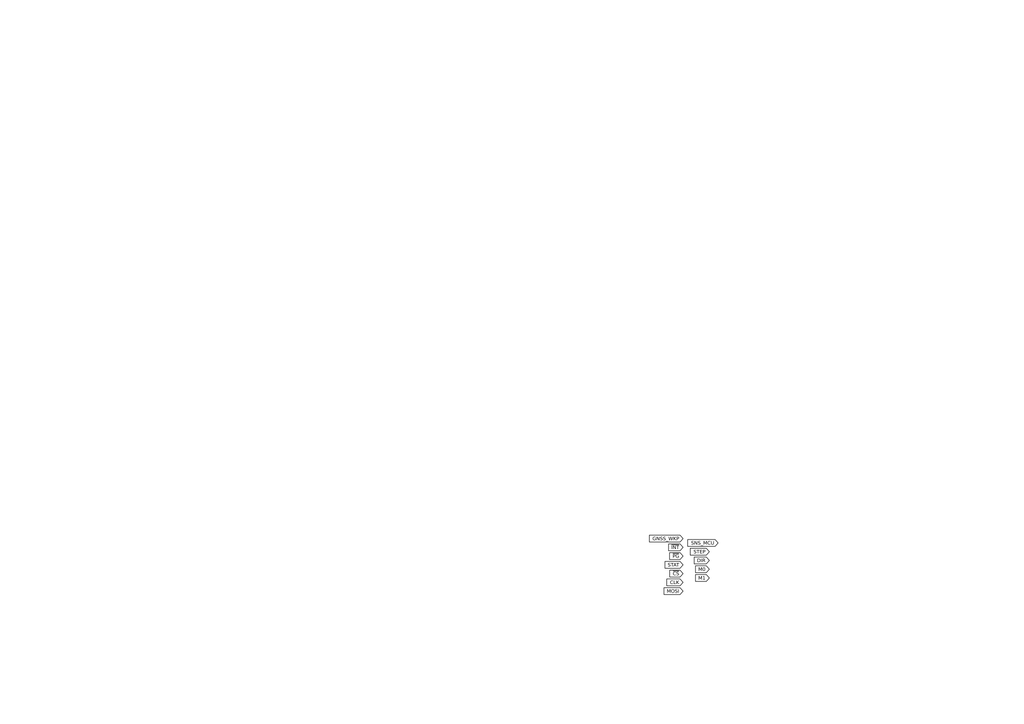
<source format=kicad_sch>
(kicad_sch
	(version 20250114)
	(generator "eeschema")
	(generator_version "9.0")
	(uuid "0016b6fa-97a4-4f7f-97a7-9da8f7063c76")
	(paper "A4")
	(lib_symbols)
	(text "GPIO0 has an internal pullup resistor, so if it is left unconnected then it will pull high."
		(exclude_from_sim no)
		(at -137.16 81.28 0)
		(effects
			(font
				(face "Bahnschrift")
				(size 1.5 1.5)
				(color 0 0 0 1)
			)
			(justify left bottom)
		)
		(uuid "3b141200-77b9-415e-b3b2-126280d5cc1c")
	)
	(text "ESP32-S3 Datasheet"
		(exclude_from_sim no)
		(at -138.43 139.065 0)
		(effects
			(font
				(size 5 5)
				(thickness 1)
				(bold yes)
				(italic yes)
				(color 0 0 255 1)
			)
			(justify left bottom)
			(href "https://www.espressif.com/sites/default/files/documentation/esp32-s3_datasheet_en.pdf")
		)
		(uuid "9964eedc-f6ec-447d-b782-1df5eeb38a9c")
	)
	(text "GPIO0, GPIO45, and GPIO46 are connected to the chip's internal weak pull-up/pull-down resistors at chip reset.\nThese resistors determine the default bit values of the strapping pins. Also, these resistors determine the bit\nvalues if the strapping pins are connected to an external high-impedance circuit."
		(exclude_from_sim no)
		(at -137.16 90.17 0)
		(effects
			(font
				(face "Bahnschrift")
				(size 1.5 1.5)
				(color 0 0 0 1)
			)
			(justify left bottom)
		)
		(uuid "beb42dc5-3ee4-4e4a-86d3-ef840fc3531a")
	)
	(text "Typically these can be used, but you need to make sure they are not in the wrong state during boot.\n\ngpio.0 Boot Mode. Weak pullup during reset. (Boot Mode 0=Boot from Flash, 1=Download)\ngpio.3 JTAG Mode. Weak pull down during reset. (JTAG Config)\ngpio.45 SPI voltage. Weak pull down during reset. (SPI Voltage 0=3.3v 1=1.8v)\ngpio.46 Boot mode. Weak pull down during reset. (Enabling/Disabling ROM Messages Print During Booting)"
		(exclude_from_sim no)
		(at -137.16 125.73 0)
		(effects
			(font
				(face "Bahnschrift")
				(size 1.5 1.5)
				(color 0 0 0 1)
			)
			(justify left bottom)
		)
		(uuid "cd83dd60-1f5e-43b0-b319-099fc9d281ca")
	)
	(text "Default Configuration of Strapping Pins\n\nStrapping Pin	Default Configuration		Bit Value\nGPIO0 			Pull-up						1\nGPIO3			Floating						-\nGPIO45			Pull-down					0\nGPIO46			Pull-down					0"
		(exclude_from_sim no)
		(at -137.16 109.22 0)
		(effects
			(font
				(face "Bahnschrift")
				(size 1.5 1.5)
				(color 0 0 0 1)
			)
			(justify left bottom)
		)
		(uuid "f7d2c4e2-27e9-4b0a-b740-9558cca9204d")
	)
	(global_label "CLK"
		(shape input)
		(at 198.12 168.91 180)
		(fields_autoplaced yes)
		(effects
			(font
				(face "Bahnschrift")
				(size 1 1)
				(color 0 0 0 1)
			)
			(justify right)
		)
		(uuid "16b1994f-5c3b-4035-9687-90d28949694c")
		(property "Intersheetrefs" "${INTERSHEET_REFS}"
			(at 193.3929 168.91 0)
			(effects
				(font
					(size 1.27 1.27)
				)
				(justify right)
				(hide yes)
			)
		)
	)
	(global_label "STAT"
		(shape input)
		(at 198.12 163.83 180)
		(fields_autoplaced yes)
		(effects
			(font
				(face "Bahnschrift")
				(size 1 1)
				(color 0 0 0 1)
			)
			(justify right)
		)
		(uuid "43c61edc-babb-49c9-bb3e-87a9a2d71858")
		(property "Intersheetrefs" "${INTERSHEET_REFS}"
			(at 192.8927 163.83 0)
			(effects
				(font
					(size 1.27 1.27)
				)
				(justify right)
				(hide yes)
			)
		)
	)
	(global_label "M0"
		(shape input)
		(at 205.74 165.1 180)
		(fields_autoplaced yes)
		(effects
			(font
				(face "Bahnschrift")
				(size 1 1)
				(color 0 0 0 1)
			)
			(justify right)
		)
		(uuid "5d299c72-2aad-4e2e-bc37-242d2ce27bfe")
		(property "Intersheetrefs" "${INTERSHEET_REFS}"
			(at 201.7026 165.1 0)
			(effects
				(font
					(size 1.27 1.27)
				)
				(justify right)
				(hide yes)
			)
		)
	)
	(global_label "~{PG}"
		(shape input)
		(at 198.12 161.29 180)
		(fields_autoplaced yes)
		(effects
			(font
				(face "Bahnschrift")
				(size 1 1)
				(color 0 0 0 1)
			)
			(justify right)
		)
		(uuid "68d2048e-2766-49d2-8603-bd2d57583c7b")
		(property "Intersheetrefs" "${INTERSHEET_REFS}"
			(at 194.1823 161.29 0)
			(effects
				(font
					(size 1.27 1.27)
				)
				(justify right)
				(hide yes)
			)
		)
	)
	(global_label "DIR"
		(shape input)
		(at 205.74 162.56 180)
		(fields_autoplaced yes)
		(effects
			(font
				(face "Bahnschrift")
				(size 1 1)
				(color 0 0 0 1)
			)
			(justify right)
		)
		(uuid "8431f84a-920d-45a9-a91b-0374318c5376")
		(property "Intersheetrefs" "${INTERSHEET_REFS}"
			(at 201.3627 162.56 0)
			(effects
				(font
					(size 1.27 1.27)
				)
				(justify right)
				(hide yes)
			)
		)
	)
	(global_label "~{INT}"
		(shape input)
		(at 198.12 158.75 180)
		(fields_autoplaced yes)
		(effects
			(font
				(face "Bahnschrift")
				(size 1 1)
				(color 0 0 0 1)
			)
			(justify right)
		)
		(uuid "871b780a-1482-4994-9bdb-726bc9054f87")
		(property "Intersheetrefs" "${INTERSHEET_REFS}"
			(at 193.8521 158.75 0)
			(effects
				(font
					(size 1.27 1.27)
				)
				(justify right)
				(hide yes)
			)
		)
	)
	(global_label "GNSS_WKP"
		(shape input)
		(at 198.12 156.21 180)
		(fields_autoplaced yes)
		(effects
			(font
				(face "Bahnschrift")
				(size 1 1)
				(color 0 0 0 1)
			)
			(justify right)
		)
		(uuid "8a8c7418-9539-4061-890a-dcb3ec2dcde3")
		(property "Intersheetrefs" "${INTERSHEET_REFS}"
			(at 188.7933 156.21 0)
			(effects
				(font
					(size 1.27 1.27)
				)
				(justify right)
				(hide yes)
			)
		)
	)
	(global_label "M1"
		(shape input)
		(at 205.74 167.64 180)
		(fields_autoplaced yes)
		(effects
			(font
				(face "Bahnschrift")
				(size 1 1)
				(color 0 0 0 1)
			)
			(justify right)
		)
		(uuid "b5f35611-e851-453a-905c-c079f02ed869")
		(property "Intersheetrefs" "${INTERSHEET_REFS}"
			(at 201.7026 167.64 0)
			(effects
				(font
					(size 1.27 1.27)
				)
				(justify right)
				(hide yes)
			)
		)
	)
	(global_label "MOSI"
		(shape input)
		(at 198.12 171.45 180)
		(fields_autoplaced yes)
		(effects
			(font
				(face "Bahnschrift")
				(size 1 1)
				(color 0 0 0 1)
			)
			(justify right)
		)
		(uuid "db62f895-4e1d-4593-8ffe-f146be9d77ea")
		(property "Intersheetrefs" "${INTERSHEET_REFS}"
			(at 192.7452 171.45 0)
			(effects
				(font
					(size 1.27 1.27)
				)
				(justify right)
				(hide yes)
			)
		)
	)
	(global_label "STEP"
		(shape input)
		(at 205.74 160.02 180)
		(fields_autoplaced yes)
		(effects
			(font
				(face "Bahnschrift")
				(size 1 1)
				(color 0 0 0 1)
			)
			(justify right)
		)
		(uuid "dda3eaac-5b96-4d58-b416-bae5013be482")
		(property "Intersheetrefs" "${INTERSHEET_REFS}"
			(at 200.2948 160.02 0)
			(effects
				(font
					(size 1.27 1.27)
				)
				(justify right)
				(hide yes)
			)
		)
	)
	(global_label "~{CS}"
		(shape input)
		(at 198.12 166.37 180)
		(fields_autoplaced yes)
		(effects
			(font
				(face "Bahnschrift")
				(size 1 1)
				(color 0 0 0 1)
			)
			(justify right)
		)
		(uuid "e9401195-8ef9-4d1a-8b83-172409039922")
		(property "Intersheetrefs" "${INTERSHEET_REFS}"
			(at 194.2448 166.37 0)
			(effects
				(font
					(size 1.27 1.27)
				)
				(justify right)
				(hide yes)
			)
		)
	)
	(global_label "SNS_MCU"
		(shape input)
		(at 208.28 157.48 180)
		(fields_autoplaced yes)
		(effects
			(font
				(face "Bahnschrift")
				(size 1 1)
				(color 0 0 0 1)
			)
			(justify right)
		)
		(uuid "fd96e20a-671a-4fe8-b9ef-4b8b0e6cd8e6")
		(property "Intersheetrefs" "${INTERSHEET_REFS}"
			(at 199.9596 157.48 0)
			(effects
				(font
					(size 1.27 1.27)
				)
				(justify right)
				(hide yes)
			)
		)
	)
)

</source>
